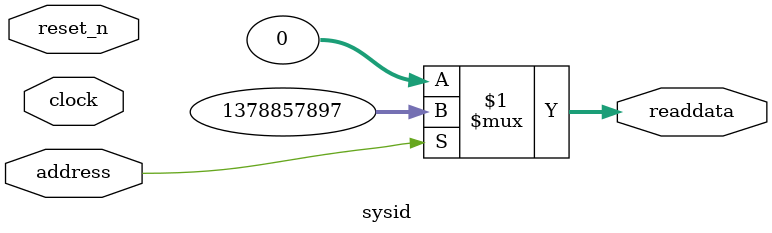
<source format=v>

`timescale 1ns / 1ps
// synthesis translate_on

// turn off superfluous verilog processor warnings 
// altera message_level Level1 
// altera message_off 10034 10035 10036 10037 10230 10240 10030 

module sysid (
               // inputs:
                address,
                clock,
                reset_n,

               // outputs:
                readdata
             )
;

  output  [ 31: 0] readdata;
  input            address;
  input            clock;
  input            reset_n;

  wire    [ 31: 0] readdata;
  //control_slave, which is an e_avalon_slave
  assign readdata = address ? 1378857897 : 0;

endmodule


</source>
